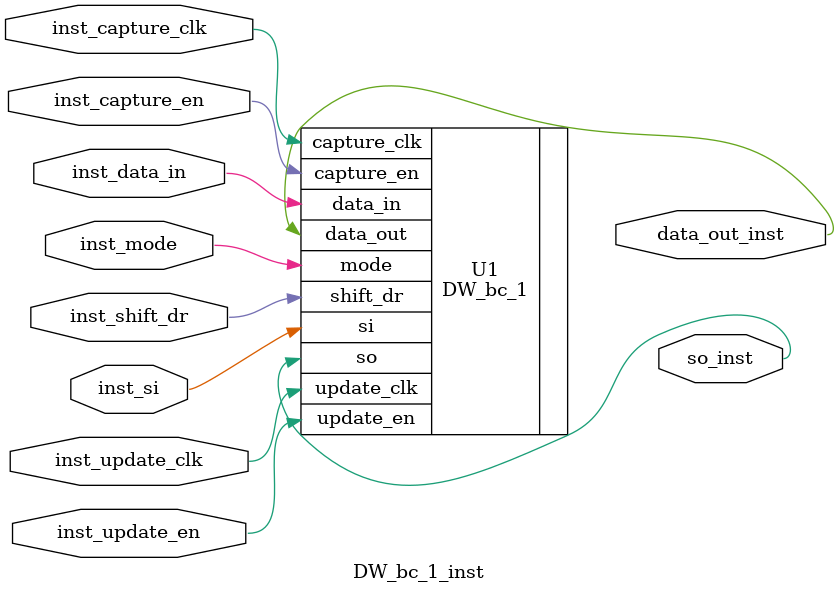
<source format=v>
module DW_bc_1_inst(inst_capture_clk, inst_update_clk, inst_capture_en,
                    inst_update_en, inst_shift_dr, inst_mode, inst_si,
                    inst_data_in, data_out_inst, so_inst );

  input inst_capture_clk;
  input inst_update_clk;
  input inst_capture_en;
  input inst_update_en;
  input inst_shift_dr;
  input inst_mode;
  input inst_si;
  input inst_data_in;
  output data_out_inst;
  output so_inst;

  // Instance of DW_bc_1
  DW_bc_1 
    U1 (.capture_clk(inst_capture_clk),   .update_clk(inst_update_clk),
        .capture_en(inst_capture_en),   .update_en(inst_update_en),
        .shift_dr(inst_shift_dr),   .mode(inst_mode),   .si(inst_si),
        .data_in(inst_data_in),   .data_out(data_out_inst),   .so(so_inst) );
endmodule


</source>
